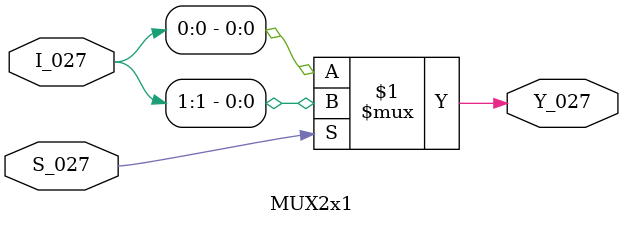
<source format=v>
`timescale 1ns / 1ps


module MUX_16(
    input [15:0] I_027,
    input [3:0] S_027,
    output Y_027
    );
    wire [3:0]w_027;
    MUX4x1 M1(.I_027(I_027[3:0]), .S_027(S_027[1:0]),.Y_027(w_027[0]));
    MUX4x1 M2(.I_027(I_027[7:4]), .S_027(S_027[1:0]),.Y_027(w_027[1]));
    MUX4x1 M3(.I_027(I_027[11:8]), .S_027(S_027[1:0]),.Y_027(w_027[2]));
    MUX4x1 M4(.I_027(I_027[15:12]), .S_027(S_027[1:0]),.Y_027(w_027[3]));
    MUX4x1 M5(.I_027(w_027), .S_027(S_027[3:2]),.Y_027(Y_027));
endmodule

module MUX4x1(
    input [3:0] I_027,
    input [1:0] S_027,
    output Y_027
    );
    wire [1:0]w_027;
    MUX2x1 M1(.I_027(I_027[1:0]), .S_027(S_027[0]),.Y_027(w_027[0]));
    MUX2x1 M2(.I_027(I_027[3:2]), .S_027(S_027[0]),.Y_027(w_027[1]));
    MUX2x1 M3(.I_027(w_027), .S_027(S_027[1]),.Y_027(Y_027));
endmodule

module MUX2x1(
    input [1:0] I_027,
    input S_027,
    output Y_027
    );
    assign Y_027 = S_027 ? I_027[1] : I_027[0];
endmodule

</source>
